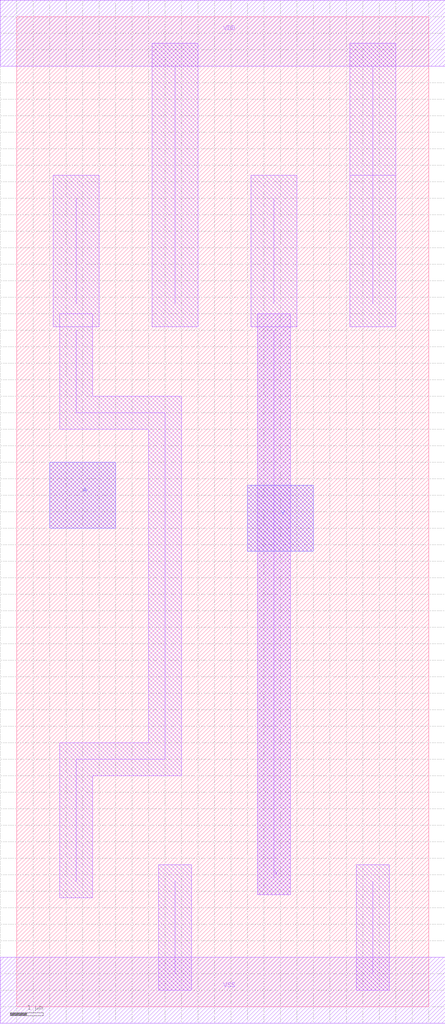
<source format=lef>
VERSION 5.5 ;
NAMESCASESENSITIVE ON ;
BUSBITCHARS "[]" ;
DIVIDERCHAR "/" ;

MACRO buf2
  CLASS CORE ;
  SOURCE USER ;
  ORIGIN 0 0 ;
  SIZE 12.500 BY 30.000 ;
  SYMMETRY X Y ;
  SITE unit ;
  
  PIN A
    USE SIGNAL ;
    PORT
      LAYER ML2 ;
        POLYGON 1.000 14.500  1.000 16.500  3.000 16.500  3.000 14.500  1.000 
        14.500  ;
    END
    PORT
      LAYER ML1 ;
        POLYGON 1.000 14.500  1.000 16.500  3.000 16.500  3.000 14.500  1.000 
        14.500  ;
    END
  END A
  PIN VDD
    USE POWER ;
    PORT
      LAYER ML1 ;
        RECT -0.500 28.500  13.000 30.500  ;
    END
  END VDD
  PIN VSS
    USE GROUND ;
    PORT
      LAYER ML1 ;
        RECT -0.500 -0.500  13.000 1.500  ;
    END
  END VSS
  PIN Y
    USE SIGNAL ;
    PORT
      LAYER ML1 ;
        POLYGON 7.000 13.800  7.000 15.800  9.000 15.800  9.000 13.800  7.000 
        13.800  ;
    END
    PORT
      LAYER ML2 ;
        POLYGON 7.000 13.800  7.000 15.800  9.000 15.800  9.000 13.800  7.000 
        13.800  ;
    END
    PORT
      LAYER ML1 ;
        WIDTH 1.000  ;
        PATH 7.800 3.900 7.800 20.500  ;
    END
  END Y
  OBS
    LAYER ML1 ;
      WIDTH 1.400  ;
      PATH 1.800 21.300 1.800 24.500  ;
      WIDTH 1.000  ;
      PATH 1.800 20.500 1.800 18.000 4.500 18.000 4.500 7.500 1.800 7.500 
      1.800 3.800  ;
      WIDTH 1.400  ;
      PATH 4.800 21.300 4.800 28.500  ;
      WIDTH 1.000  ;
      PATH 4.800 1.000 4.800 3.800  ;
      WIDTH 1.400  ;
      PATH 7.800 21.300 7.800 24.500  ;
      WIDTH 1.000  ;
      PATH 7.800 3.900 7.800 20.500  ;
      WIDTH 1.000  ;
      PATH 10.800 1.000 10.800 3.800  ;
      WIDTH 1.400  ;
      PATH 10.800 21.300 10.800 28.500  ;
      WIDTH 1.400  ;
      PATH 10.800 21.300 10.800 24.500  ;

    VIA 1.800 24.500  dcont ;
    VIA 1.800 3.800  dcont ;
    VIA 1.800 20.500  dcont ;
    VIA 1.800 22.500  dcont ;
    VIA 4.800 3.800  dcont ;
    VIA 4.800 24.500  dcont ;
    VIA 4.800 20.500  dcont ;
    VIA 4.800 22.500  dcont ;
    VIA 7.800 24.500  dcont ;
    VIA 7.800 22.500  dcont ;
    VIA 7.800 20.500  dcont ;
    VIA 7.800 3.800  dcont ;
    VIA 10.800 3.800  dcont ;
    VIA 10.800 20.500  dcont ;
    VIA 10.800 22.500  dcont ;
    VIA 10.800 24.500  dcont ;
    VIA 5.000 29.500  nsubcont ;
    VIA 5.300 11.500  pcont ;
    VIA 2.000 15.500  pcont ;
    VIA 5.000 0.500  psubcont ;
  END
END buf2

MACRO dcont
  CLASS CORE ;
  OBS
    LAYER ML1 ;
      RECT -1.000 -1.000  1.000 1.000  ;
  END
END dcont

MACRO nsubcont
  CLASS CORE ;
  OBS
    LAYER ML1 ;
      RECT -1.000 -1.000  1.000 1.000  ;
  END
END nsubcont

MACRO pcont
  CLASS CORE ;
  OBS
    LAYER ML1 ;
      RECT -1.000 -1.000  1.000 1.000  ;
  END
END pcont

MACRO psubcont
  CLASS CORE ;
  OBS
    LAYER ML1 ;
      RECT -1.000 -1.000  1.000 1.000  ;
  END
END psubcont


END LIBRARY

</source>
